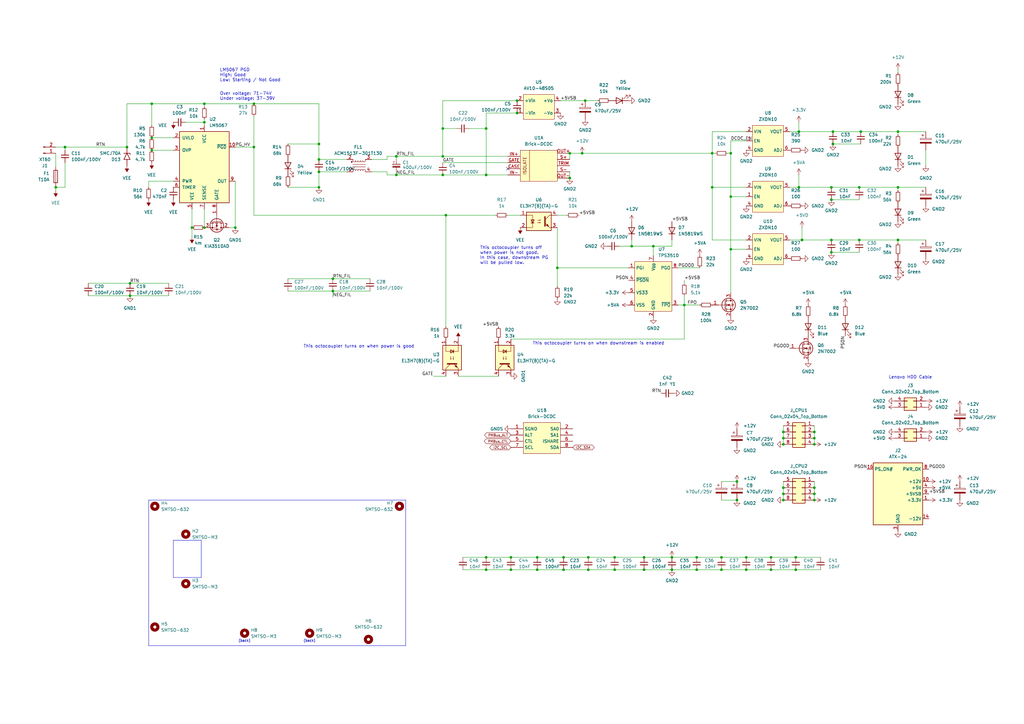
<source format=kicad_sch>
(kicad_sch (version 20230121) (generator eeschema)
  (paper "A3")
  (junction (at 292.1 76.835))
  (junction (at 295.91 233.68))
  (junction (at 104.14 42.545))
  (junction (at 52.07 60.325))
  (junction (at 199.39 52.705))
  (junction (at 299.72 62.865))
  (junction (at 53.34 121.285))
  (junction (at 306.07 233.68))
  (junction (at 321.31 179.705))
  (junction (at 252.095 228.6))
  (junction (at 285.75 228.6))
  (junction (at 327.66 53.975))
  (junction (at 181.61 52.705))
  (junction (at 252.095 233.68))
  (junction (at 220.345 233.68))
  (junction (at 334.01 202.565))
  (junction (at 340.995 103.505))
  (junction (at 241.3 233.68))
  (junction (at 302.26 205.105))
  (junction (at 285.75 233.68))
  (junction (at 368.3 98.425))
  (junction (at 340.995 98.425))
  (junction (at 209.55 233.68))
  (junction (at 78.74 93.345))
  (junction (at 233.68 62.865))
  (junction (at 316.23 228.6))
  (junction (at 292.1 62.865))
  (junction (at 130.81 76.835))
  (junction (at 341.63 53.975))
  (junction (at 353.06 53.975))
  (junction (at 212.09 46.355))
  (junction (at 321.31 202.565))
  (junction (at 321.31 182.245))
  (junction (at 341.63 59.055))
  (junction (at 104.14 60.325))
  (junction (at 299.72 80.645))
  (junction (at 212.09 41.275))
  (junction (at 334.01 177.165))
  (junction (at 162.56 71.755))
  (junction (at 136.525 119.38))
  (junction (at 321.31 205.105))
  (junction (at 181.61 64.135))
  (junction (at 368.3 76.835))
  (junction (at 231.14 233.68))
  (junction (at 326.39 233.68))
  (junction (at 326.39 228.6))
  (junction (at 231.14 228.6))
  (junction (at 130.81 59.055))
  (junction (at 334.01 205.105))
  (junction (at 62.23 61.595))
  (junction (at 267.97 100.965))
  (junction (at 83.82 93.345))
  (junction (at 275.59 233.68))
  (junction (at 302.26 197.485))
  (junction (at 83.82 42.545))
  (junction (at 340.995 81.915))
  (junction (at 306.07 228.6))
  (junction (at 352.425 98.425))
  (junction (at 96.52 93.345))
  (junction (at 321.31 200.025))
  (junction (at 22.86 76.835))
  (junction (at 62.23 56.515))
  (junction (at 264.16 233.68))
  (junction (at 368.3 53.975))
  (junction (at 199.39 233.68))
  (junction (at 162.56 64.135))
  (junction (at 130.81 70.485))
  (junction (at 181.61 71.755))
  (junction (at 220.345 228.6))
  (junction (at 295.91 228.6))
  (junction (at 199.39 71.755))
  (junction (at 299.72 102.235))
  (junction (at 209.55 228.6))
  (junction (at 26.67 60.325))
  (junction (at 328.93 98.425))
  (junction (at 259.08 100.965))
  (junction (at 62.23 42.545))
  (junction (at 130.81 65.405))
  (junction (at 316.23 233.68))
  (junction (at 238.76 62.865))
  (junction (at 321.31 177.165))
  (junction (at 280.67 125.095))
  (junction (at 228.6 109.855))
  (junction (at 264.16 228.6))
  (junction (at 334.01 182.245))
  (junction (at 182.88 88.265))
  (junction (at 240.03 41.275))
  (junction (at 340.995 76.835))
  (junction (at 53.34 116.205))
  (junction (at 334.01 200.025))
  (junction (at 199.39 228.6))
  (junction (at 275.59 228.6))
  (junction (at 136.525 114.3))
  (junction (at 334.01 179.705))
  (junction (at 83.82 50.165))
  (junction (at 327.66 76.835))
  (junction (at 233.68 73.025))
  (junction (at 241.3 228.6))
  (junction (at 352.425 76.835))
  (no_connect (at 208.28 69.215))
  (wire (pts (xy 189.865 228.6) (xy 199.39 228.6)))
  (wire (pts (xy 259.08 100.965) (xy 267.97 100.965)))
  (wire (pts (xy 36.195 116.205) (xy 53.34 116.205)))
  (wire (pts (xy 118.11 59.055) (xy 130.81 59.055)))
  (wire (pts (xy 162.56 64.135) (xy 162.56 65.405)))
  (wire (pts (xy 292.1 98.425) (xy 292.1 76.835)))
  (wire (pts (xy 83.82 48.895) (xy 83.82 50.165)))
  (wire (pts (xy 233.68 70.485) (xy 233.68 73.025)))
  (wire (pts (xy 328.93 93.345) (xy 328.93 98.425)))
  (wire (pts (xy 130.81 70.485) (xy 130.81 76.835)))
  (wire (pts (xy 334.01 174.625) (xy 334.01 177.165)))
  (wire (pts (xy 231.14 233.68) (xy 241.3 233.68)))
  (polyline (pts (xy 71.12 221.615) (xy 71.12 236.855)))
  (wire (pts (xy 62.23 56.515) (xy 71.12 56.515)))
  (wire (pts (xy 228.6 88.265) (xy 232.41 88.265)))
  (wire (pts (xy 238.76 62.865) (xy 292.1 62.865)))
  (wire (pts (xy 292.1 62.865) (xy 293.37 62.865)))
  (wire (pts (xy 136.525 119.38) (xy 136.525 121.92)))
  (wire (pts (xy 62.23 42.545) (xy 83.82 42.545)))
  (wire (pts (xy 334.01 179.705) (xy 334.01 182.245)))
  (wire (pts (xy 208.28 88.265) (xy 213.36 88.265)))
  (wire (pts (xy 182.88 88.265) (xy 182.88 133.985)))
  (wire (pts (xy 220.345 233.68) (xy 231.14 233.68)))
  (wire (pts (xy 130.81 59.055) (xy 130.81 65.405)))
  (wire (pts (xy 280.67 121.285) (xy 280.67 125.095)))
  (wire (pts (xy 321.31 202.565) (xy 321.31 205.105)))
  (wire (pts (xy 352.425 76.835) (xy 368.3 76.835)))
  (wire (pts (xy 252.095 233.68) (xy 264.16 233.68)))
  (wire (pts (xy 104.14 42.545) (xy 130.81 42.545)))
  (wire (pts (xy 340.995 103.505) (xy 352.425 103.505)))
  (wire (pts (xy 220.345 228.6) (xy 231.14 228.6)))
  (wire (pts (xy 334.01 202.565) (xy 334.01 205.105)))
  (wire (pts (xy 158.75 64.135) (xy 162.56 64.135)))
  (wire (pts (xy 104.14 60.325) (xy 104.14 88.265)))
  (wire (pts (xy 298.45 62.865) (xy 299.72 62.865)))
  (wire (pts (xy 142.24 65.405) (xy 130.81 65.405)))
  (wire (pts (xy 78.74 93.345) (xy 78.74 97.155)))
  (wire (pts (xy 26.67 60.325) (xy 52.07 60.325)))
  (wire (pts (xy 368.3 98.425) (xy 379.73 98.425)))
  (wire (pts (xy 254 100.965) (xy 259.08 100.965)))
  (polyline (pts (xy 166.37 205.105) (xy 60.96 205.105)))
  (wire (pts (xy 341.63 53.975) (xy 353.06 53.975)))
  (wire (pts (xy 199.39 228.6) (xy 209.55 228.6)))
  (wire (pts (xy 321.31 177.165) (xy 321.31 179.705)))
  (wire (pts (xy 182.88 88.265) (xy 104.14 88.265)))
  (wire (pts (xy 275.59 228.6) (xy 285.75 228.6)))
  (wire (pts (xy 267.97 100.965) (xy 275.59 100.965)))
  (wire (pts (xy 83.82 85.725) (xy 83.82 93.345)))
  (polyline (pts (xy 166.37 264.795) (xy 166.37 205.105)))
  (wire (pts (xy 181.61 41.275) (xy 181.61 52.705)))
  (wire (pts (xy 353.06 53.975) (xy 368.3 53.975)))
  (wire (pts (xy 299.72 102.235) (xy 299.72 80.645)))
  (wire (pts (xy 83.82 42.545) (xy 104.14 42.545)))
  (wire (pts (xy 340.995 98.425) (xy 352.425 98.425)))
  (wire (pts (xy 257.81 109.855) (xy 228.6 109.855)))
  (polyline (pts (xy 71.12 221.615) (xy 82.55 221.615)))
  (polyline (pts (xy 60.96 205.105) (xy 60.96 264.795)))
  (wire (pts (xy 292.1 53.975) (xy 306.07 53.975)))
  (wire (pts (xy 241.3 228.6) (xy 252.095 228.6)))
  (wire (pts (xy 52.07 42.545) (xy 52.07 60.325)))
  (wire (pts (xy 62.23 61.595) (xy 71.12 61.595)))
  (wire (pts (xy 136.525 119.38) (xy 151.765 119.38)))
  (wire (pts (xy 252.095 228.6) (xy 264.16 228.6)))
  (wire (pts (xy 295.91 228.6) (xy 306.07 228.6)))
  (wire (pts (xy 368.3 28.575) (xy 368.3 29.845)))
  (wire (pts (xy 240.03 41.275) (xy 245.11 41.275)))
  (wire (pts (xy 264.16 228.6) (xy 275.59 228.6)))
  (wire (pts (xy 199.39 233.68) (xy 209.55 233.68)))
  (wire (pts (xy 62.23 51.435) (xy 62.23 42.545)))
  (wire (pts (xy 292.1 76.835) (xy 292.1 62.865)))
  (wire (pts (xy 326.39 233.68) (xy 336.55 233.68)))
  (wire (pts (xy 22.86 76.835) (xy 22.86 78.105)))
  (wire (pts (xy 158.75 65.405) (xy 158.75 64.135)))
  (wire (pts (xy 199.39 71.755) (xy 208.28 71.755)))
  (wire (pts (xy 267.97 100.965) (xy 267.97 104.775)))
  (wire (pts (xy 162.56 70.485) (xy 162.56 71.755)))
  (wire (pts (xy 275.59 98.425) (xy 275.59 100.965)))
  (wire (pts (xy 323.85 98.425) (xy 328.93 98.425)))
  (wire (pts (xy 189.865 233.68) (xy 199.39 233.68)))
  (wire (pts (xy 136.525 114.3) (xy 151.765 114.3)))
  (wire (pts (xy 368.3 53.975) (xy 368.3 55.245)))
  (wire (pts (xy 231.14 228.6) (xy 241.3 228.6)))
  (wire (pts (xy 181.61 64.135) (xy 208.28 64.135)))
  (wire (pts (xy 212.09 41.275) (xy 181.61 41.275)))
  (wire (pts (xy 53.34 116.205) (xy 69.215 116.205)))
  (wire (pts (xy 368.3 76.835) (xy 368.3 78.105)))
  (wire (pts (xy 299.72 62.865) (xy 299.72 80.645)))
  (wire (pts (xy 295.91 233.68) (xy 306.07 233.68)))
  (wire (pts (xy 295.91 197.485) (xy 302.26 197.485)))
  (polyline (pts (xy 166.37 264.795) (xy 60.96 264.795)))
  (wire (pts (xy 340.995 81.915) (xy 352.425 81.915)))
  (wire (pts (xy 60.96 74.295) (xy 71.12 74.295)))
  (wire (pts (xy 368.3 53.975) (xy 379.73 53.975)))
  (wire (pts (xy 181.61 71.755) (xy 199.39 71.755)))
  (wire (pts (xy 181.61 52.705) (xy 187.325 52.705)))
  (wire (pts (xy 299.72 57.785) (xy 299.72 62.865)))
  (wire (pts (xy 327.66 53.975) (xy 323.85 53.975)))
  (wire (pts (xy 326.39 228.6) (xy 336.55 228.6)))
  (wire (pts (xy 152.4 70.485) (xy 158.75 70.485)))
  (wire (pts (xy 104.14 47.625) (xy 104.14 60.325)))
  (wire (pts (xy 285.75 228.6) (xy 295.91 228.6)))
  (wire (pts (xy 96.52 74.295) (xy 96.52 93.345)))
  (wire (pts (xy 228.6 93.345) (xy 228.6 109.855)))
  (wire (pts (xy 104.14 60.325) (xy 96.52 60.325)))
  (wire (pts (xy 152.4 65.405) (xy 158.75 65.405)))
  (wire (pts (xy 306.07 57.785) (xy 299.72 57.785)))
  (wire (pts (xy 321.31 179.705) (xy 321.31 182.245)))
  (wire (pts (xy 306.07 102.235) (xy 299.72 102.235)))
  (wire (pts (xy 118.11 119.38) (xy 136.525 119.38)))
  (wire (pts (xy 162.56 64.135) (xy 181.61 64.135)))
  (wire (pts (xy 334.01 197.485) (xy 334.01 200.025)))
  (wire (pts (xy 259.08 98.425) (xy 259.08 100.965)))
  (wire (pts (xy 203.2 88.265) (xy 182.88 88.265)))
  (wire (pts (xy 280.67 114.935) (xy 280.67 116.205)))
  (wire (pts (xy 199.39 52.705) (xy 199.39 71.755)))
  (wire (pts (xy 181.61 52.705) (xy 181.61 64.135)))
  (wire (pts (xy 299.72 80.645) (xy 306.07 80.645)))
  (wire (pts (xy 76.2 50.165) (xy 83.82 50.165)))
  (wire (pts (xy 53.34 121.285) (xy 69.215 121.285)))
  (wire (pts (xy 306.07 228.6) (xy 316.23 228.6)))
  (wire (pts (xy 118.11 114.3) (xy 136.525 114.3)))
  (wire (pts (xy 233.68 62.865) (xy 238.76 62.865)))
  (wire (pts (xy 295.91 205.105) (xy 302.26 205.105)))
  (wire (pts (xy 209.55 228.6) (xy 220.345 228.6)))
  (wire (pts (xy 26.67 76.835) (xy 26.67 66.675)))
  (wire (pts (xy 158.75 71.755) (xy 162.56 71.755)))
  (wire (pts (xy 379.73 61.595) (xy 379.73 67.945)))
  (wire (pts (xy 241.3 233.68) (xy 252.095 233.68)))
  (wire (pts (xy 118.11 76.835) (xy 130.81 76.835)))
  (wire (pts (xy 280.67 139.065) (xy 280.67 125.095)))
  (wire (pts (xy 83.82 42.545) (xy 83.82 43.815)))
  (wire (pts (xy 130.81 42.545) (xy 130.81 59.055)))
  (wire (pts (xy 306.07 233.68) (xy 316.23 233.68)))
  (wire (pts (xy 368.3 76.835) (xy 379.73 76.835)))
  (wire (pts (xy 228.6 109.855) (xy 228.6 117.475)))
  (wire (pts (xy 328.93 98.425) (xy 340.995 98.425)))
  (wire (pts (xy 26.67 60.325) (xy 26.67 61.595)))
  (wire (pts (xy 60.96 76.835) (xy 60.96 74.295)))
  (wire (pts (xy 327.66 50.165) (xy 327.66 53.975)))
  (wire (pts (xy 209.55 139.065) (xy 280.67 139.065)))
  (wire (pts (xy 278.13 125.095) (xy 280.67 125.095)))
  (wire (pts (xy 177.8 154.305) (xy 182.88 154.305)))
  (wire (pts (xy 341.63 59.055) (xy 353.06 59.055)))
  (wire (pts (xy 306.07 98.425) (xy 292.1 98.425)))
  (wire (pts (xy 334.01 177.165) (xy 334.01 179.705)))
  (wire (pts (xy 233.68 65.405) (xy 233.68 62.865)))
  (wire (pts (xy 278.13 109.855) (xy 287.02 109.855)))
  (wire (pts (xy 22.86 62.865) (xy 22.86 68.58)))
  (wire (pts (xy 285.75 233.68) (xy 295.91 233.68)))
  (wire (pts (xy 83.82 50.165) (xy 83.82 51.435)))
  (wire (pts (xy 212.09 46.355) (xy 199.39 46.355)))
  (wire (pts (xy 162.56 71.755) (xy 181.61 71.755)))
  (wire (pts (xy 306.07 76.835) (xy 292.1 76.835)))
  (wire (pts (xy 22.86 60.325) (xy 26.67 60.325)))
  (wire (pts (xy 78.74 85.725) (xy 78.74 93.345)))
  (wire (pts (xy 209.55 233.68) (xy 220.345 233.68)))
  (wire (pts (xy 93.98 93.345) (xy 96.52 93.345)))
  (wire (pts (xy 22.86 76.835) (xy 26.67 76.835)))
  (wire (pts (xy 327.66 53.975) (xy 341.63 53.975)))
  (wire (pts (xy 327.66 76.835) (xy 323.85 76.835)))
  (wire (pts (xy 22.86 76.2) (xy 22.86 76.835)))
  (wire (pts (xy 299.72 102.235) (xy 299.72 120.015)))
  (wire (pts (xy 368.3 98.425) (xy 368.3 99.695)))
  (wire (pts (xy 327.66 76.835) (xy 340.995 76.835)))
  (wire (pts (xy 316.23 233.68) (xy 326.39 233.68)))
  (wire (pts (xy 280.67 125.095) (xy 287.02 125.095)))
  (wire (pts (xy 187.96 154.305) (xy 204.47 154.305)))
  (wire (pts (xy 240.03 41.275) (xy 229.87 41.275)))
  (wire (pts (xy 158.75 70.485) (xy 158.75 71.755)))
  (wire (pts (xy 192.405 52.705) (xy 199.39 52.705)))
  (wire (pts (xy 52.07 42.545) (xy 62.23 42.545)))
  (wire (pts (xy 199.39 46.355) (xy 199.39 52.705)))
  (wire (pts (xy 321.31 197.485) (xy 321.31 200.025)))
  (wire (pts (xy 352.425 98.425) (xy 368.3 98.425)))
  (wire (pts (xy 334.01 200.025) (xy 334.01 202.565)))
  (wire (pts (xy 130.81 70.485) (xy 142.24 70.485)))
  (wire (pts (xy 292.1 62.865) (xy 292.1 53.975)))
  (polyline (pts (xy 71.12 236.855) (xy 82.55 236.855)))
  (wire (pts (xy 340.995 76.835) (xy 352.425 76.835)))
  (polyline (pts (xy 82.55 236.855) (xy 82.55 221.615)))
  (wire (pts (xy 321.31 200.025) (xy 321.31 202.565)))
  (wire (pts (xy 327.66 71.755) (xy 327.66 76.835)))
  (wire (pts (xy 275.59 233.68) (xy 285.75 233.68)))
  (wire (pts (xy 181.61 66.675) (xy 208.28 66.675)))
  (wire (pts (xy 316.23 228.6) (xy 326.39 228.6)))
  (wire (pts (xy 36.195 121.285) (xy 53.34 121.285)))
  (wire (pts (xy 321.31 174.625) (xy 321.31 177.165)))
  (wire (pts (xy 264.16 233.68) (xy 275.59 233.68)))
  (text "Over voltage: 71-74V\nUnder voltage: 37-39V" (at 90.17 41.275 0) (effects (font (size 1.27 1.27)) (justify left bottom)))
  (text "This octocoupler turns off\nwhen power is not good.\nIn this case, downstream PG\nwill be pulled low." (at 196.85 108.585 0) (effects (font (size 1.27 1.27)) (justify left bottom)))
  (text "This octocoupler turns on when downstream is enabled" (at 218.44 141.605 0) (effects (font (size 1.27 1.27)) (justify left bottom)))
  (text "Lenovo HDD Cable" (at 364.49 155.575 0) (effects (font (size 1.27 1.27)) (justify left bottom)))
  (text "(back)" (at 97.79 263.525 0) (effects (font (size 1 1)) (justify left bottom)))
  (text "LM5067 PGD\nHigh: Good\nLow: Starting / Not Good" (at 90.17 33.655 0) (effects (font (size 1.27 1.27)) (justify left bottom)))
  (text "(back)" (at 124.46 263.525 0) (effects (font (size 1 1)) (justify left bottom)))
  (text "This octocoupler turns on when power is good" (at 124.46 142.875 0) (effects (font (size 1.27 1.27)) (justify left bottom)))
  (label "+5VSB" (at 280.67 114.935 0))
  (label "+5VSB" (at 229.87 41.275 0))
  (label "RTN" (at 53.34 116.205 0))
  (label "GATE" (at 177.8 154.305 180))
  (label "PGOOD" (at 381 192.405 0))
  (label "+5VSB" (at 204.47 133.985 180))
  (label "NEG_FIL" (at 162.56 71.755 0))
  (label "+5VSB" (at 237.49 88.265 0))
  (label "FPO" (at 281.94 125.095 0))
  (label "GATE" (at 181.61 66.675 0))
  (label "PG_HV" (at 96.52 60.325 0))
  (label "+5VSB" (at 275.59 90.805 0))
  (label "RTN_FIL" (at 162.56 64.135 0))
  (label "PSON" (at 355.6 192.405 180))
  (label "RTN_FIL" (at 136.525 114.3 0))
  (label "PGOOD" (at 323.85 142.875 180))
  (label "PSON" (at 257.81 114.935 180))
  (label "DCDC_EN" (at 299.72 57.785 0))
  (label "NEG_FIL" (at 136.525 121.92 0))
  (label "+5VSB" (at 381 202.565 0))
  (label "PGOOD" (at 278.13 109.855 0))
  (label "PSON" (at 346.71 137.795 270))
  (label "RTN" (at 39.37 60.325 0))
  (label "RTN" (at 271.145 161.29 180))
  (global_label "PMBus_ALT" (shape bidirectional) (at 209.55 178.435 180) (effects (font (size 1 1))) (property "Intersheetrefs" "${INTERSHEET_REFS}" (effects hide)))
  (global_label "PMBus_CTL" (shape bidirectional) (at 209.55 180.975 180) (effects (font (size 1 1))) (property "Intersheetrefs" "${INTERSHEET_REFS}" (effects hide)))
  (global_label "I2C_SDA" (shape bidirectional) (at 234.95 183.515 0) (effects (font (size 1 1))) (property "Intersheetrefs" "${INTERSHEET_REFS}" (effects hide)))
  (global_label "I2C_SCL" (shape bidirectional) (at 209.55 183.515 180) (effects (font (size 1 1))) (property "Intersheetrefs" "${INTERSHEET_REFS}" (effects hide)))
  (symbol (lib_id "power:+12V") (at 275.59 228.6 0) (unit 1)
    (property "Reference" "#PWR074" (effects hide))
    (property "Value" "+12V" (at 275.59 223.52 0))
  )
  (symbol (lib_id "power:+5VA") (at 257.81 125.095 90) (unit 1)
    (property "Reference" "#PWR08" (effects hide))
    (property "Value" "+5VA" (at 254 125.0949 90) (effects (justify left)))
  )
  (symbol (lib_id "power:+12V") (at 334.01 205.105 270) (unit 1)
    (property "Reference" "#PWR032" (effects hide))
    (property "Value" "+12V" (at 337.82 205.1049 90) (effects (justify left)))
  )
  (symbol (lib_id "Device:CP") (at 295.91 201.295 0) (unit 1)
    (property "Reference" "C10" (at 292.1 199.1359 0) (effects (justify right)))
    (property "Value" "470uF/25V" (at 292.1 201.6759 0) (effects (justify right)))
    (property "Footprint" "Capacitor_THT:CP_Radial_D6.3mm_P2.50mm" (effects hide))
  )
  (symbol (lib_id "power:GND2") (at 328.93 84.455 90) (unit 1)
    (property "Reference" "#PWR019" (effects hide))
    (property "Value" "GND2" (at 332.74 84.4549 90) (effects (justify right)))
  )
  (symbol (lib_id "Connector_Generic:Conn_02x04_Top_Bottom") (at 328.93 177.165 0) (mirror y) (unit 1)
    (property "Reference" "J_CPU1" (at 327.66 168.275 0))
    (property "Value" "Conn_02x04_Top_Bottom" (at 327.66 170.815 0))
    (property "Footprint" "t123yh:ATX-8P-Square" (effects hide))
  )
  (symbol (lib_id "power:GND2") (at 341.63 59.055 0) (unit 1)
    (property "Reference" "#PWR073" (effects hide))
    (property "Value" "GND2" (at 341.63 63.5 0))
  )
  (symbol (lib_id "power:GND2") (at 267.97 130.175 0) (unit 1)
    (property "Reference" "#PWR010" (effects hide))
    (property "Value" "GND2" (at 267.97 134.62 0))
  )
  (symbol (lib_id "Device:C_Small") (at 231.14 231.14 0) (unit 1)
    (property "Reference" "C23" (at 233.68 229.8763 0) (effects (justify left)))
    (property "Value" "10nF" (at 233.68 232.4163 0) (effects (justify left)))
    (property "Footprint" "lc:0603_C" (effects hide))
  )
  (symbol (lib_id "power:VEE") (at 78.74 97.155 180) (unit 1)
    (property "Reference" "#PWR064" (effects hide))
    (property "Value" "VEE" (at 78.74 102.235 0))
  )
  (symbol (lib_id "Connector:Conn_01x02_Male") (at 17.78 62.865 0) (mirror x) (unit 1)
    (property "Reference" "J1" (at 18.415 67.945 0))
    (property "Value" "XT60" (at 18.415 65.405 0))
    (property "Footprint" "Connector_AMASS:AMASS_XT60-M_1x02_P7.20mm_Vertical" (effects hide))
  )
  (symbol (lib_id "Device:C_Small") (at 251.46 100.965 270) (unit 1)
    (property "Reference" "C6" (at 251.4536 94.615 90))
    (property "Value" "100nF/100V" (at 251.4536 97.155 90))
    (property "Footprint" "lc:0805_C" (effects hide))
  )
  (symbol (lib_id "Device:CP") (at 240.03 45.085 0) (unit 1)
    (property "Reference" "C9" (at 243.84 42.9259 0) (effects (justify left)))
    (property "Value" "470uF/25V" (at 243.84 45.4659 0) (effects (justify left)))
    (property "Footprint" "Capacitor_THT:CP_Radial_D6.3mm_P2.50mm" (effects hide))
  )
  (symbol (lib_id "Device:R_Small") (at 326.39 106.045 270) (mirror x) (unit 1)
    (property "Reference" "R27" (at 326.39 99.695 90))
    (property "Value" "100" (at 326.39 102.235 90))
    (property "Footprint" "lc:0402_R" (effects hide))
  )
  (symbol (lib_id "power:+12V") (at 302.26 197.485 0) (unit 1)
    (property "Reference" "#PWR024" (effects hide))
    (property "Value" "+12V" (at 304.8 196.2149 0) (effects (justify left)))
  )
  (symbol (lib_id "Device:Filter_EMI_LL_1423") (at 147.32 67.945 0) (unit 1)
    (property "Reference" "FL1" (at 146.939 60.325 0))
    (property "Value" "ACM1513F-301T130\n" (at 146.939 62.865 0))
    (property "Footprint" "t123yh:ACM1513" (effects hide))
  )
  (symbol (lib_id "power:GND2") (at 276.225 161.29 90) (unit 1)
    (property "Reference" "#PWR078" (effects hide))
    (property "Value" "GND2" (at 279.4 161.29 90) (effects (justify right)))
  )
  (symbol (lib_id "Mechanical:MountingHole") (at 76.2 239.395 0) (unit 1)
    (property "Reference" "H3" (at 78.74 238.1249 0) (effects (justify left)))
    (property "Value" "SMTSO-M3" (at 78.74 240.6649 0) (effects (justify left)))
    (property "Footprint" "t123yh:MountingHole_SMTSO-M3" (effects hide))
  )
  (symbol (lib_id "Device:C_Small") (at 326.39 231.14 0) (unit 1)
    (property "Reference" "C40" (at 329.565 229.8763 0) (effects (justify left)))
    (property "Value" "10nF" (at 329.565 232.4163 0) (effects (justify left)))
    (property "Footprint" "lc:0603_C" (effects hide))
  )
  (symbol (lib_id "t123yh:AV10-48S05") (at 220.98 43.815 0) (unit 1)
    (property "Reference" "U5" (at 220.98 33.655 0))
    (property "Value" "AV10-48S05" (at 220.98 36.195 0))
    (property "Footprint" "t123yh:AV10-48Sxx" (effects hide))
  )
  (symbol (lib_id "power:GND2") (at 368.3 67.945 0) (unit 1)
    (property "Reference" "#PWR051" (effects hide))
    (property "Value" "GND2" (at 365.76 69.2149 0) (effects (justify right)))
  )
  (symbol (lib_id "power:GND2") (at 368.3 42.545 0) (unit 1)
    (property "Reference" "#PWR050" (effects hide))
    (property "Value" "GND2" (at 365.76 43.8149 0) (effects (justify right)))
  )
  (symbol (lib_id "t123yh:ZXDN10") (at 314.96 57.785 0) (unit 1)
    (property "Reference" "U8" (at 314.96 46.355 0))
    (property "Value" "ZXDN10" (at 314.96 48.895 0))
    (property "Footprint" "t123yh:ZXDN10" (effects hide))
  )
  (symbol (lib_id "Device:C_Small") (at 73.66 50.165 90) (unit 1)
    (property "Reference" "C3" (at 73.6663 43.815 90))
    (property "Value" "100nF" (at 73.6663 46.355 90))
    (property "Footprint" "lc:0805_C" (effects hide))
  )
  (symbol (lib_id "Device:Fuse") (at 22.86 72.39 0) (unit 1)
    (property "Reference" "F1" (at 20.32 71.12 0) (effects (justify right)))
    (property "Value" "T10A" (at 20.32 73.66 0) (effects (justify right)))
    (property "Footprint" "Fuse:Fuse_1812_4532Metric" (effects hide))
  )
  (symbol (lib_id "Device:C_Small") (at 36.195 118.745 0) (unit 1)
    (property "Reference" "C20" (at 38.735 117.4812 0) (effects (justify left)))
    (property "Value" "100nF/100V" (at 38.735 120.0212 0) (effects (justify left)))
    (property "Footprint" "lc:0805_C" (effects hide))
  )
  (symbol (lib_id "Device:R_Small") (at 62.23 64.135 0) (mirror y) (unit 1)
    (property "Reference" "R11" (at 59.69 62.8649 0) (effects (justify left)))
    (property "Value" "4.7k" (at 59.69 65.4049 0) (effects (justify left)))
    (property "Footprint" "lc:0402_R" (effects hide))
  )
  (symbol (lib_id "power:GND2") (at 379.73 179.705 90) (unit 1)
    (property "Reference" "#PWR041" (effects hide))
    (property "Value" "GND2" (at 383.54 179.7051 90) (effects (justify right)))
  )
  (symbol (lib_id "power:+5VA") (at 327.66 71.755 0) (unit 1)
    (property "Reference" "#PWR017" (effects hide))
    (property "Value" "+5VA" (at 327.66 66.675 0))
  )
  (symbol (lib_id "Device:C_Small") (at 275.59 231.14 0) (unit 1)
    (property "Reference" "C35" (at 278.765 229.8763 0) (effects (justify left)))
    (property "Value" "10nF" (at 278.765 232.4163 0) (effects (justify left)))
    (property "Footprint" "lc:0603_C" (effects hide))
  )
  (symbol (lib_id "Device:C_Small") (at 151.765 116.84 0) (unit 1)
    (property "Reference" "C28" (at 154.305 115.5763 0) (effects (justify left)))
    (property "Value" "10nF/100V" (at 154.305 118.1163 0) (effects (justify left)))
    (property "Footprint" "lc:0603_C" (effects hide))
  )
  (symbol (lib_id "power:+12V") (at 368.3 28.575 0) (unit 1)
    (property "Reference" "#PWR049" (effects hide))
    (property "Value" "+12V" (at 368.3 23.495 0))
  )
  (symbol (lib_id "power:+12V") (at 393.7 167.005 0) (unit 1)
    (property "Reference" "#PWR045" (effects hide))
    (property "Value" "+12V" (at 396.24 165.7349 0) (effects (justify left)))
  )
  (symbol (lib_id "power:GND2") (at 331.47 147.955 0) (unit 1)
    (property "Reference" "#PWR028" (effects hide))
    (property "Value" "GND2" (at 331.47 152.4 0))
  )
  (symbol (lib_id "power:VEE") (at 60.96 81.915 180) (unit 1)
    (property "Reference" "#PWR060" (effects hide))
    (property "Value" "VEE" (at 60.96 86.995 0))
  )
  (symbol (lib_id "t123yh:ZXDN10") (at 314.96 80.645 0) (unit 1)
    (property "Reference" "U9" (at 314.96 69.215 0))
    (property "Value" "ZXDN10" (at 314.96 71.755 0))
    (property "Footprint" "t123yh:ZXDN10" (effects hide))
  )
  (symbol (lib_id "Device:C_Small") (at 136.525 116.84 0) (unit 1)
    (property "Reference" "C18" (at 139.065 115.5763 0) (effects (justify left)))
    (property "Value" "10nF/100V" (at 139.065 118.1163 0) (effects (justify left)))
    (property "Footprint" "lc:0603_C" (effects hide))
  )
  (symbol (lib_id "power:+5VD") (at 367.03 179.705 90) (unit 1)
    (property "Reference" "#PWR036" (effects hide))
    (property "Value" "+5VD" (at 363.22 179.7051 90) (effects (justify left)))
  )
  (symbol (lib_id "Device:LED") (at 346.71 133.985 90) (unit 1)
    (property "Reference" "D12" (at 350.52 134.3024 90) (effects (justify right)))
    (property "Value" "Blue" (at 350.52 136.8424 90) (effects (justify right)))
    (property "Footprint" "lc:0603_LED_S1_NUM" (effects hide))
  )
  (symbol (lib_id "Device:CP") (at 379.73 57.785 0) (unit 1)
    (property "Reference" "C15" (at 383.54 55.6259 0) (effects (justify left)))
    (property "Value" "470uF/25V" (at 383.54 58.1659 0) (effects (justify left)))
    (property "Footprint" "Capacitor_THT:CP_Radial_D6.3mm_P2.50mm" (effects hide))
  )
  (symbol (lib_id "Device:R_Small") (at 287.02 107.315 0) (mirror y) (unit 1)
    (property "Reference" "R23" (at 289.56 106.0449 0) (effects (justify right)))
    (property "Value" "22k" (at 289.56 108.5849 0) (effects (justify right)))
    (property "Footprint" "lc:0402_R" (effects hide))
  )
  (symbol (lib_id "Device:C_Small") (at 181.61 69.215 0) (unit 1)
    (property "Reference" "C4" (at 184.15 67.9512 0) (effects (justify left)))
    (property "Value" "100nF/100V" (at 184.15 70.4912 0) (effects (justify left)))
    (property "Footprint" "lc:0805_C" (effects hide))
  )
  (symbol (lib_id "power:GND2") (at 306.07 84.455 0) (unit 1)
    (property "Reference" "#PWR014" (effects hide))
    (property "Value" "GND2" (at 306.07 88.9 0))
  )
  (symbol (lib_id "power:VEE") (at 22.86 78.105 180) (unit 1)
    (property "Reference" "#PWR058" (effects hide))
    (property "Value" "VEE" (at 22.86 83.185 0))
  )
  (symbol (lib_id "Device:C_Small") (at 252.095 231.14 0) (unit 1)
    (property "Reference" "C25" (at 255.27 229.8763 0) (effects (justify left)))
    (property "Value" "100nF" (at 255.27 232.4163 0) (effects (justify left)))
    (property "Footprint" "lc:0805_C" (effects hide))
  )
  (symbol (lib_id "Device:CP") (at 302.26 179.705 0) (unit 1)
    (property "Reference" "C7" (at 306.07 177.5459 0) (effects (justify left)))
    (property "Value" "470uF/25V" (at 306.07 180.0859 0) (effects (justify left)))
    (property "Footprint" "Capacitor_THT:CP_Radial_D6.3mm_P2.50mm" (effects hide))
  )
  (symbol (lib_id "Diode:1N4148WS") (at 259.08 94.615 90) (unit 1)
    (property "Reference" "D6" (at 261.62 93.3449 90) (effects (justify right)))
    (property "Value" "1N5819WS" (at 261.62 95.8849 90) (effects (justify right)))
    (property "Footprint" "lc:SOD-323" (effects hide))
    (property "Datasheet" "https://www.vishay.com/docs/85751/1n4148ws.pdf" (effects hide))
  )
  (symbol (lib_id "Device:C_Small") (at 220.345 231.14 0) (unit 1)
    (property "Reference" "C45" (at 223.52 229.8763 0) (effects (justify left)))
    (property "Value" "100nF" (at 223.52 232.4163 0) (effects (justify left)))
    (property "Footprint" "lc:0805_C" (effects hide))
  )
  (symbol (lib_id "Device:R_Small") (at 118.11 61.595 0) (mirror x) (unit 1)
    (property "Reference" "R14" (at 115.57 60.3249 0) (effects (justify right)))
    (property "Value" "68k" (at 115.57 62.8649 0) (effects (justify right)))
    (property "Footprint" "lc:0603_R" (effects hide))
  )
  (symbol (lib_id "Device:C_Small") (at 71.12 79.375 0) (unit 1)
    (property "Reference" "C2" (at 68.58 78.1112 0) (effects (justify right)))
    (property "Value" "470nF" (at 68.58 80.6512 0) (effects (justify right)))
    (property "Footprint" "lc:0402_C" (effects hide))
  )
  (symbol (lib_id "Device:R_Small") (at 81.28 93.345 270) (unit 1)
    (property "Reference" "R15" (at 81.28 97.155 90))
    (property "Value" "4m" (at 81.28 99.695 90))
    (property "Footprint" "lc:2512_R" (effects hide))
  )
  (symbol (lib_id "Device:C_Small") (at 209.55 231.14 0) (unit 1)
    (property "Reference" "C44" (at 212.725 229.8763 0) (effects (justify left)))
    (property "Value" "10nF" (at 212.725 232.4163 0) (effects (justify left)))
    (property "Footprint" "lc:0603_C" (effects hide))
  )
  (symbol (lib_id "Device:C_Small") (at 189.865 52.705 90) (unit 1)
    (property "Reference" "C22" (at 189.8713 46.355 90))
    (property "Value" "10nF/100V" (at 189.8713 48.895 90))
    (property "Footprint" "lc:0603_C" (effects hide))
  )
  (symbol (lib_id "Device:CP") (at 379.73 102.235 0) (unit 1)
    (property "Reference" "C17" (at 383.54 100.0759 0) (effects (justify left)))
    (property "Value" "470uF/25V" (at 383.54 102.6159 0) (effects (justify left)))
    (property "Footprint" "Capacitor_THT:CP_Radial_D6.3mm_P2.50mm" (effects hide))
  )
  (symbol (lib_id "Mechanical:MountingHole") (at 127 259.715 0) (unit 1)
    (property "Reference" "H9" (at 129.54 258.4449 0) (effects (justify left)))
    (property "Value" "SMTSO-M3" (at 129.54 260.9849 0) (effects (justify left)))
    (property "Footprint" "t123yh:MountingHole_SMTSO-M3" (effects hide))
  )
  (symbol (lib_id "Device:R_Small") (at 247.65 41.275 270) (mirror x) (unit 1)
    (property "Reference" "R22" (at 247.65 34.925 90))
    (property "Value" "10k" (at 247.65 37.465 90))
    (property "Footprint" "lc:0402_R" (effects hide))
  )
  (symbol (lib_id "Device:C_Small") (at 264.16 231.14 0) (unit 1)
    (property "Reference" "C26" (at 267.335 229.8763 0) (effects (justify left)))
    (property "Value" "100nF" (at 267.335 232.4163 0) (effects (justify left)))
    (property "Footprint" "lc:0805_C" (effects hide))
  )
  (symbol (lib_id "Device:R_Small") (at 234.95 88.265 270) (mirror x) (unit 1)
    (property "Reference" "R21" (at 234.95 81.915 90))
    (property "Value" "10k" (at 234.95 84.455 90))
    (property "Footprint" "lc:0402_R" (effects hide))
  )
  (symbol (lib_id "power:VEE") (at 62.23 66.675 180) (unit 1)
    (property "Reference" "#PWR061" (effects hide))
    (property "Value" "VEE" (at 62.23 71.755 0))
  )
  (symbol (lib_id "Device:C_Small") (at 212.09 43.815 0) (unit 1)
    (property "Reference" "C5" (at 209.55 42.5512 0) (effects (justify right)))
    (property "Value" "100nF/100V" (at 209.55 45.0912 0) (effects (justify right)))
    (property "Footprint" "lc:0805_C" (effects hide))
  )
  (symbol (lib_id "power:GND1") (at 130.81 76.835 0) (unit 1)
    (property "Reference" "#PWR065" (effects hide))
    (property "Value" "GND1" (at 130.81 81.915 0))
  )
  (symbol (lib_id "Device:C_Small") (at 353.06 56.515 0) (unit 1)
    (property "Reference" "C34" (at 356.235 55.2513 0) (effects (justify left)))
    (property "Value" "100nF" (at 356.235 57.7913 0) (effects (justify left)))
    (property "Footprint" "lc:0805_C" (effects hide))
  )
  (symbol (lib_id "Diode:SMF5V0A") (at 52.07 64.135 270) (unit 1)
    (property "Reference" "D13" (at 49.53 65.4051 90) (effects (justify right)))
    (property "Value" "SMCJ70A" (at 49.53 62.8651 90) (effects (justify right)))
    (property "Footprint" "Diode_SMD:D_SMC" (effects hide))
    (property "Datasheet" "https://www.vishay.com/doc?85881" (effects hide))
  )
  (symbol (lib_id "Isolator:PC817") (at 220.98 90.805 0) (unit 1)
    (property "Reference" "U6" (at 220.98 81.915 0))
    (property "Value" "EL3H7(B)(TA)-G" (at 220.98 84.455 0))
    (property "Footprint" "Package_SO:SOP-4_4.4x2.6mm_P1.27mm" (effects hide))
    (property "Datasheet" "http://www.soselectronic.cz/a_info/resource/d/pc817.pdf" (effects hide))
  )
  (symbol (lib_id "power:GND1") (at 53.34 121.285 0) (unit 1)
    (property "Reference" "#PWR069" (effects hide))
    (property "Value" "GND1" (at 53.34 126.365 0))
  )
  (symbol (lib_id "Device:R_Small") (at 204.47 136.525 0) (mirror y) (unit 1)
    (property "Reference" "R20" (at 207.01 135.2549 0) (effects (justify right)))
    (property "Value" "3.3k" (at 207.01 137.7949 0) (effects (justify right)))
    (property "Footprint" "lc:0402_R" (effects hide))
  )
  (symbol (lib_id "Device:R_Small") (at 295.91 62.865 270) (mirror x) (unit 1)
    (property "Reference" "R24" (at 295.91 56.515 90))
    (property "Value" "10k" (at 295.91 59.055 90))
    (property "Footprint" "lc:0603_R" (effects hide))
  )
  (symbol (lib_id "Device:R_Small") (at 368.3 57.785 0) (mirror x) (unit 1)
    (property "Reference" "R2" (at 365.76 56.5149 0) (effects (justify right)))
    (property "Value" "22k" (at 365.76 59.0549 0) (effects (justify right)))
    (property "Footprint" "lc:0402_R" (effects hide))
  )
  (symbol (lib_id "Device:C_Small") (at 336.55 231.14 0) (unit 1)
    (property "Reference" "C41" (at 339.725 229.8763 0) (effects (justify left)))
    (property "Value" "10nF" (at 339.725 232.4163 0) (effects (justify left)))
    (property "Footprint" "lc:0603_C" (effects hide))
  )
  (symbol (lib_id "Connector_Generic:Conn_02x02_Top_Bottom") (at 374.65 179.705 180) (unit 1)
    (property "Reference" "J4" (at 373.38 170.815 0))
    (property "Value" "Conn_02x02_Top_Bottom" (at 373.38 173.355 0))
    (property "Footprint" "t123yh:ATX-4P" (effects hide))
  )
  (symbol (lib_id "power:GND2") (at 299.72 130.175 0) (unit 1)
    (property "Reference" "#PWR012" (effects hide))
    (property "Value" "GND2" (at 299.72 134.62 0))
  )
  (symbol (lib_id "Diode:1N4148WS") (at 275.59 94.615 90) (unit 1)
    (property "Reference" "D7" (at 278.13 93.3449 90) (effects (justify right)))
    (property "Value" "1N5819WS" (at 278.13 95.8849 90) (effects (justify right)))
    (property "Footprint" "lc:SOD-323" (effects hide))
    (property "Datasheet" "https://www.vishay.com/docs/85751/1n4148ws.pdf" (effects hide))
  )
  (symbol (lib_id "Device:C_Small") (at 53.34 118.745 0) (unit 1)
    (property "Reference" "C19" (at 55.88 117.4813 0) (effects (justify left)))
    (property "Value" "10nF/100V" (at 55.88 120.0213 0) (effects (justify left)))
    (property "Footprint" "lc:0603_C" (effects hide))
  )
  (symbol (lib_id "Transistor_FET:2N7002") (at 328.93 142.875 0) (unit 1)
    (property "Reference" "Q6" (at 335.28 141.6049 0) (effects (justify left)))
    (property "Value" "2N7002" (at 335.28 144.1449 0) (effects (justify left)))
    (property "Footprint" "Package_TO_SOT_SMD:SOT-23" (effects hide))
    (property "Datasheet" "https://www.onsemi.com/pub/Collateral/NDS7002A-D.PDF" (effects hide))
  )
  (symbol (lib_id "Device:R_Small") (at 280.67 118.745 0) (unit 1)
    (property "Reference" "R18" (at 283.21 117.4749 0) (effects (justify left)))
    (property "Value" "5.1k" (at 283.21 120.0149 0) (effects (justify left)))
    (property "Footprint" "lc:0402_R" (effects hide))
  )
  (symbol (lib_id "Mechanical:MountingHole") (at 63.5 207.645 0) (unit 1)
    (property "Reference" "H4" (at 66.04 206.3749 0) (effects (justify left)))
    (property "Value" "SMTSO-632" (at 66.04 208.9149 0) (effects (justify left)))
    (property "Footprint" "t123yh:MountingHole_SMTSO-632" (effects hide))
  )
  (symbol (lib_id "Mechanical:MountingHole") (at 76.2 219.075 0) (unit 1)
    (property "Reference" "H2" (at 78.74 217.8049 0) (effects (justify left)))
    (property "Value" "SMTSO-M3" (at 78.74 220.3449 0) (effects (justify left)))
    (property "Footprint" "t123yh:MountingHole_SMTSO-M3" (effects hide))
  )
  (symbol (lib_id "power:GNDS") (at 209.55 175.895 270) (unit 1)
    (property "Reference" "#PWR0115" (effects hide))
    (property "Value" "GNDS" (at 206.375 175.895 90) (effects (justify right)))
  )
  (symbol (lib_id "Device:C_Small") (at 295.91 231.14 0) (unit 1)
    (property "Reference" "C37" (at 299.085 229.8763 0) (effects (justify left)))
    (property "Value" "10nF" (at 299.085 232.4163 0) (effects (justify left)))
    (property "Footprint" "lc:0603_C" (effects hide))
  )
  (symbol (lib_id "power:GND2") (at 393.7 205.105 0) (unit 1)
    (property "Reference" "#PWR048" (effects hide))
    (property "Value" "GND2" (at 396.2794 206.3749 0) (effects (justify left)))
  )
  (symbol (lib_id "Device:R_Small") (at 83.82 46.355 0) (mirror y) (unit 1)
    (property "Reference" "R12" (at 81.28 45.0849 0) (effects (justify left)))
    (property "Value" "10k" (at 81.28 47.6249 0) (effects (justify left)))
    (property "Footprint" "lc:1206_R" (effects hide))
  )
  (symbol (lib_id "Mechanical:MountingHole") (at 163.83 207.645 0) (unit 1)
    (property "Reference" "H7" (at 161.29 206.3749 0) (effects (justify right)))
    (property "Value" "SMTSO-632" (at 161.29 208.9149 0) (effects (justify right)))
    (property "Footprint" "t123yh:MountingHole_SMTSO-632" (effects hide))
  )
  (symbol (lib_id "Device:C_Small") (at 352.425 79.375 0) (unit 1)
    (property "Reference" "C32" (at 355.6 78.1113 0) (effects (justify left)))
    (property "Value" "100nF" (at 355.6 80.6513 0) (effects (justify left)))
    (property "Footprint" "lc:0805_C" (effects hide))
  )
  (symbol (lib_id "power:+5VA") (at 381 200.025 270) (unit 1)
    (property "Reference" "#PWR043" (effects hide))
    (property "Value" "+5VA" (at 384.81 200.0249 90) (effects (justify left)))
  )
  (symbol (lib_id "power:+5VA") (at 287.02 104.775 0) (unit 1)
    (property "Reference" "#PWR011" (effects hide))
    (property "Value" "+5VA" (at 287.02 99.695 0))
  )
  (symbol (lib_id "power:GND2") (at 379.73 167.005 90) (unit 1)
    (property "Reference" "#PWR039" (effects hide))
    (property "Value" "GND2" (at 383.54 167.0051 90) (effects (justify right)))
  )
  (symbol (lib_id "Device:R_Small") (at 182.88 136.525 180) (unit 1)
    (property "Reference" "R16" (at 180.34 135.2549 0) (effects (justify left)))
    (property "Value" "1k" (at 180.34 137.7949 0) (effects (justify left)))
    (property "Footprint" "lc:0603_R" (effects hide))
  )
  (symbol (lib_id "t123yh:LM5067") (at 83.82 66.675 0) (unit 1)
    (property "Reference" "U2" (at 85.8394 48.895 0) (effects (justify left)))
    (property "Value" "LM5067" (at 85.8394 51.435 0) (effects (justify left)))
    (property "Footprint" "Package_SO:MSOP-10_3x3mm_P0.5mm" (effects hide))
    (property "Datasheet" "http://www.ti.com/lit/ds/symlink/lm5067.pdf" (effects hide))
  )
  (symbol (lib_id "power:VEE") (at 187.96 139.065 0) (unit 1)
    (property "Reference" "#PWR066" (effects hide))
    (property "Value" "VEE" (at 187.96 133.985 0))
  )
  (symbol (lib_id "power:+5VA") (at 331.47 125.095 0) (unit 1)
    (property "Reference" "#PWR027" (effects hide))
    (property "Value" "+5VA" (at 331.47 120.015 0))
  )
  (symbol (lib_id "Connector:ATX-24") (at 368.3 202.565 0) (unit 1)
    (property "Reference" "J2" (at 368.3 184.785 0))
    (property "Value" "ATX-24" (at 368.3 187.325 0))
    (property "Footprint" "t123yh:ATX-24P" (effects hide))
    (property "Datasheet" "https://www.intel.com/content/dam/www/public/us/en/documents/guides/power-supply-design-guide-june.pdf#page=33" (effects hide))
  )
  (symbol (lib_id "Device:C_Small") (at 26.67 64.135 0) (unit 1)
    (property "Reference" "C11" (at 29.21 62.8712 0) (effects (justify left)))
    (property "Value" "100nF/100V" (at 29.21 65.4112 0) (effects (justify left)))
    (property "Footprint" "lc:0805_C" (effects hide))
  )
  (symbol (lib_name "Brick-DCDC_1") (lib_id "alex's:Brick-DCDC") (at 222.25 179.705 0) (unit 2)
    (property "Reference" "U1" (at 222.25 168.275 0))
    (property "Value" "Brick-DCDC" (at 222.25 170.815 0))
    (property "Footprint" "alex's:Quarter-Brick-PMBus" (effects hide))
  )
  (symbol (lib_id "power:+3.3V") (at 257.81 120.015 90) (unit 1)
    (property "Reference" "#PWR07" (effects hide))
    (property "Value" "+3.3V" (at 254 120.0149 90) (effects (justify left)))
  )
  (symbol (lib_id "power:GND2") (at 328.93 61.595 90) (unit 1)
    (property "Reference" "#PWR018" (effects hide))
    (property "Value" "GND2" (at 332.74 61.5949 90) (effects (justify right)))
  )
  (symbol (lib_id "power:+3.3V") (at 381 205.105 270) (unit 1)
    (property "Reference" "#PWR044" (effects hide))
    (property "Value" "+3.3V" (at 384.81 205.1049 90) (effects (justify left)))
  )
  (symbol (lib_id "power:GND2") (at 240.03 48.895 0) (unit 1)
    (property "Reference" "#PWR026" (effects hide))
    (property "Value" "GND2" (at 240.03 53.34 0))
  )
  (symbol (lib_id "Device:C_Small") (at 306.07 231.14 0) (unit 1)
    (property "Reference" "C38" (at 309.245 229.8763 0) (effects (justify left)))
    (property "Value" "10nF" (at 309.245 232.4163 0) (effects (justify left)))
    (property "Footprint" "lc:0603_C" (effects hide))
  )
  (symbol (lib_id "power:GND2") (at 340.995 81.915 0) (unit 1)
    (property "Reference" "#PWR076" (effects hide))
    (property "Value" "GND2" (at 340.995 86.36 0))
  )
  (symbol (lib_id "power:GND2") (at 368.3 217.805 0) (unit 1)
    (property "Reference" "#PWR037" (effects hide))
    (property "Value" "GND2" (at 370.84 219.0749 0) (effects (justify left)))
  )
  (symbol (lib_id "Device:CP") (at 393.7 201.295 0) (unit 1)
    (property "Reference" "C13" (at 397.5494 199.1359 0) (effects (justify left)))
    (property "Value" "470uF/25V" (at 397.5494 201.6759 0) (effects (justify left)))
    (property "Footprint" "Capacitor_THT:CP_Radial_D6.3mm_P2.50mm" (effects hide))
  )
  (symbol (lib_id "Device:R_Small") (at 205.74 88.265 270) (mirror x) (unit 1)
    (property "Reference" "R17" (at 205.74 81.915 90))
    (property "Value" "1k" (at 205.74 84.455 90))
    (property "Footprint" "lc:0603_R" (effects hide))
  )
  (symbol (lib_id "t123yh:TPS3510") (at 267.97 117.475 0) (unit 1)
    (property "Reference" "U7" (at 269.9894 102.235 0) (effects (justify left)))
    (property "Value" "TPS3510" (at 269.9894 104.775 0) (effects (justify left)))
    (property "Footprint" "Package_SO:SOIC-8_3.9x4.9mm_P1.27mm" (effects hide))
  )
  (symbol (lib_id "power:+5VD") (at 367.03 167.005 90) (unit 1)
    (property "Reference" "#PWR034" (effects hide))
    (property "Value" "+5VD" (at 363.22 167.0051 90) (effects (justify left)))
  )
  (symbol (lib_id "Device:R_Small") (at 289.56 125.095 270) (mirror x) (unit 1)
    (property "Reference" "R28" (at 289.56 128.905 90))
    (property "Value" "100k" (at 289.56 131.445 90))
    (property "Footprint" "lc:0402_R" (effects hide))
  )
  (symbol (lib_id "Device:R_Small") (at 62.23 53.975 0) (mirror y) (unit 1)
    (property "Reference" "R5" (at 59.69 52.7049 0) (effects (justify left)))
    (property "Value" "130k" (at 59.69 55.2449 0) (effects (justify left)))
    (property "Footprint" "lc:0603_R" (effects hide))
  )
  (symbol (lib_id "power:+3.3V") (at 327.66 50.165 0) (unit 1)
    (property "Reference" "#PWR016" (effects hide))
    (property "Value" "+3.3V" (at 327.66 45.085 0))
  )
  (symbol (lib_id "power:+12V") (at 334.01 182.245 270) (unit 1)
    (property "Reference" "#PWR031" (effects hide))
    (property "Value" "+12V" (at 337.82 182.2449 90) (effects (justify left)))
  )
  (symbol (lib_id "Device:LED") (at 118.11 67.945 90) (unit 1)
    (property "Reference" "D4" (at 121.92 68.2624 90) (effects (justify right)))
    (property "Value" "Yellow" (at 121.92 70.8024 90) (effects (justify right)))
    (property "Footprint" "lc:0603_LED_S1_NUM" (effects hide))
  )
  (symbol (lib_id "Device:C_Small") (at 341.63 56.515 0) (unit 1)
    (property "Reference" "C33" (at 344.805 55.2513 0) (effects (justify left)))
    (property "Value" "10nF" (at 344.805 57.7913 0) (effects (justify left)))
    (property "Footprint" "lc:0603_C" (effects hide))
  )
  (symbol (lib_id "Device:R_Small") (at 331.47 127.635 0) (mirror x) (unit 1)
    (property "Reference" "R7" (at 328.93 126.3649 0) (effects (justify right)))
    (property "Value" "6.8k" (at 328.93 128.9049 0) (effects (justify right)))
    (property "Footprint" "lc:0402_R" (effects hide))
  )
  (symbol (lib_id "Device:LED") (at 254 41.275 180) (unit 1)
    (property "Reference" "D5" (at 255.5875 33.655 0))
    (property "Value" "Yellow" (at 255.5875 36.195 0))
    (property "Footprint" "lc:0603_LED_S1_NUM" (effects hide))
  )
  (symbol (lib_id "power:GND2") (at 233.68 73.025 0) (unit 1)
    (property "Reference" "#PWR070" (effects hide))
    (property "Value" "GND2" (at 233.68 77.47 0))
  )
  (symbol (lib_id "Device:C_Small") (at 285.75 231.14 0) (unit 1)
    (property "Reference" "C36" (at 288.925 229.8763 0) (effects (justify left)))
    (property "Value" "10nF" (at 288.925 232.4163 0) (effects (justify left)))
    (property "Footprint" "lc:0603_C" (effects hide))
  )
  (symbol (lib_id "power:VEE") (at 71.12 81.915 180) (unit 1)
    (property "Reference" "#PWR063" (effects hide))
    (property "Value" "VEE" (at 71.12 86.995 0))
  )
  (symbol (lib_id "power:VEE") (at 213.36 93.345 180) (unit 1)
    (property "Reference" "#PWR068" (effects hide))
    (property "Value" "VEE" (at 213.36 98.425 0))
  )
  (symbol (lib_id "power:+12V") (at 238.76 62.865 0) (unit 1)
    (property "Reference" "#PWR05" (effects hide))
    (property "Value" "+12V" (at 238.76 57.785 0))
  )
  (symbol (lib_id "power:GND2") (at 302.26 205.105 0) (unit 1)
    (property "Reference" "#PWR025" (effects hide))
    (property "Value" "GND2" (at 304.8394 206.3749 0) (effects (justify left)))
  )
  (symbol (lib_id "power:GND2") (at 228.6 122.555 0) (unit 1)
    (property "Reference" "#PWR02" (effects hide))
    (property "Value" "GND2" (at 231.14 123.8249 0) (effects (justify left)))
  )
  (symbol (lib_id "power:+12V") (at 393.7 197.485 0) (unit 1)
    (property "Reference" "#PWR047" (effects hide))
    (property "Value" "+12V" (at 396.24 196.2149 0) (effects (justify left)))
  )
  (symbol (lib_id "Mechanical:MountingHole") (at 151.13 262.255 0) (unit 1)
    (property "Reference" "H6" (at 151.13 254.635 0))
    (property "Value" "SMTSO-632" (at 151.13 257.175 0))
    (property "Footprint" "t123yh:MountingHole_SMTSO-632" (effects hide))
  )
  (symbol (lib_id "Device:LED") (at 368.3 108.585 90) (unit 1)
    (property "Reference" "D10" (at 372.11 108.9024 90) (effects (justify right)))
    (property "Value" "Green" (at 372.11 111.4424 90) (effects (justify right)))
    (property "Footprint" "lc:0603_LED_S1_NUM" (effects hide))
  )
  (symbol (lib_id "power:GND2") (at 257.81 41.275 90) (unit 1)
    (property "Reference" "#PWR06" (effects hide))
    (property "Value" "GND2" (at 261.62 41.2749 90) (effects (justify right)))
  )
  (symbol (lib_id "Isolator:PC817") (at 207.01 146.685 90) (mirror x) (unit 1)
    (property "Reference" "U4" (at 212.09 145.4149 90) (effects (justify right)))
    (property "Value" "EL3H7(B)(TA)-G" (at 212.09 147.9549 90) (effects (justify right)))
    (property "Footprint" "Package_SO:SOP-4_4.4x2.6mm_P1.27mm" (effects hide))
    (property "Datasheet" "http://www.soselectronic.cz/a_info/resource/d/pc817.pdf" (effects hide))
  )
  (symbol (lib_id "Device:C_Small") (at 241.3 231.14 0) (unit 1)
    (property "Reference" "C24" (at 244.475 229.8763 0) (effects (justify left)))
    (property "Value" "10nF" (at 244.475 232.4163 0) (effects (justify left)))
    (property "Footprint" "lc:0603_C" (effects hide))
  )
  (symbol (lib_id "Mechanical:MountingHole") (at 100.33 259.715 0) (unit 1)
    (property "Reference" "H8" (at 102.87 258.4449 0) (effects (justify left)))
    (property "Value" "SMTSO-M3" (at 102.87 260.9849 0) (effects (justify left)))
    (property "Footprint" "t123yh:MountingHole_SMTSO-M3" (effects hide))
  )
  (symbol (lib_id "Device:R_Small") (at 368.3 32.385 0) (mirror x) (unit 1)
    (property "Reference" "R1" (at 365.76 31.1149 0) (effects (justify right)))
    (property "Value" "200k" (at 365.76 33.6549 0) (effects (justify right)))
    (property "Footprint" "lc:0402_R" (effects hide))
  )
  (symbol (lib_id "t123yh:ZXDN10") (at 314.96 102.235 0) (unit 1)
    (property "Reference" "U10" (at 314.96 90.805 0))
    (property "Value" "ZXDN10" (at 314.96 93.345 0))
    (property "Footprint" "t123yh:ZXDN10" (effects hide))
  )
  (symbol (lib_id "Device:C_Small") (at 189.865 231.14 0) (unit 1)
    (property "Reference" "C46" (at 192.405 229.8763 0) (effects (justify left)))
    (property "Value" "10nF" (at 192.405 232.4163 0) (effects (justify left)))
    (property "Footprint" "lc:0603_C" (effects hide))
  )
  (symbol (lib_id "power:+12V") (at 259.08 90.805 0) (unit 1)
    (property "Reference" "#PWR09" (effects hide))
    (property "Value" "+12V" (at 259.08 85.725 0))
  )
  (symbol (lib_id "power:GND2") (at 248.92 100.965 270) (unit 1)
    (property "Reference" "#PWR04" (effects hide))
    (property "Value" "GND2" (at 245.11 100.9649 90) (effects (justify right)))
  )
  (symbol (lib_id "power:GND2") (at 275.59 233.68 0) (unit 1)
    (property "Reference" "#PWR077" (effects hide))
    (property "Value" "GND2" (at 275.59 238.125 0))
  )
  (symbol (lib_id "power:GND2") (at 393.7 174.625 0) (unit 1)
    (property "Reference" "#PWR046" (effects hide))
    (property "Value" "GND2" (at 396.2794 175.8949 0) (effects (justify left)))
  )
  (symbol (lib_id "Isolator:PC817") (at 185.42 146.685 90) (mirror x) (unit 1)
    (property "Reference" "U3" (at 180.34 145.4149 90) (effects (justify left)))
    (property "Value" "EL3H7(B)(TA)-G" (at 180.34 147.9549 90) (effects (justify left)))
    (property "Footprint" "Package_SO:SOP-4_4.4x2.6mm_P1.27mm" (effects hide))
    (property "Datasheet" "http://www.soselectronic.cz/a_info/resource/d/pc817.pdf" (effects hide))
  )
  (symbol (lib_id "Device:C_Small") (at 69.215 118.745 0) (unit 1)
    (property "Reference" "C21" (at 71.755 117.4813 0) (effects (justify left)))
    (property "Value" "10nF/100V" (at 71.755 120.0213 0) (effects (justify left)))
    (property "Footprint" "lc:0603_C" (effects hide))
  )
  (symbol (lib_id "Device:R_Small") (at 368.3 102.235 0) (mirror x) (unit 1)
    (property "Reference" "R4" (at 365.76 100.9649 0) (effects (justify right)))
    (property "Value" "56k" (at 365.76 103.5049 0) (effects (justify right)))
    (property "Footprint" "lc:0402_R" (effects hide))
  )
  (symbol (lib_id "Device:LED") (at 368.3 38.735 90) (unit 1)
    (property "Reference" "D8" (at 372.11 39.0524 90) (effects (justify right)))
    (property "Value" "Green" (at 372.11 41.5924 90) (effects (justify right)))
    (property "Footprint" "lc:0603_LED_S1_NUM" (effects hide))
  )
  (symbol (lib_id "Device:CP") (at 379.73 80.645 0) (unit 1)
    (property "Reference" "C16" (at 383.54 78.4859 0) (effects (justify left)))
    (property "Value" "470uF/25V" (at 383.54 81.0259 0) (effects (justify left)))
    (property "Footprint" "Capacitor_THT:CP_Radial_D6.3mm_P2.50mm" (effects hide))
  )
  (symbol (lib_id "Device:LED") (at 368.3 64.135 90) (unit 1)
    (property "Reference" "D1" (at 372.11 64.4524 90) (effects (justify right)))
    (property "Value" "Green" (at 372.11 66.9924 90) (effects (justify right)))
    (property "Footprint" "lc:0603_LED_S1_NUM" (effects hide))
  )
  (symbol (lib_id "power:GND2") (at 229.87 46.355 0) (unit 1)
    (property "Reference" "#PWR03" (effects hide))
    (property "Value" "GND2" (at 229.87 50.8 0))
  )
  (symbol (lib_id "power:GND2") (at 367.03 164.465 270) (unit 1)
    (property "Reference" "#PWR033" (effects hide))
    (property "Value" "GND2" (at 363.22 164.4651 90) (effects (justify right)))
  )
  (symbol (lib_id "power:+5VA") (at 346.71 125.095 0) (unit 1)
    (property "Reference" "#PWR057" (effects hide))
    (property "Value" "+5VA" (at 346.71 120.015 0))
  )
  (symbol (lib_id "Device:R_Small") (at 346.71 127.635 0) (mirror x) (unit 1)
    (property "Reference" "R8" (at 344.17 126.3649 0) (effects (justify right)))
    (property "Value" "6.8k" (at 344.17 128.9049 0) (effects (justify right)))
    (property "Footprint" "lc:0402_R" (effects hide))
  )
  (symbol (lib_id "alex's:Brick-DCDC") (at 220.98 67.945 0) (unit 1)
    (property "Reference" "U1" (at 220.98 56.515 0))
    (property "Value" "Brick-DCDC" (at 220.98 59.055 0))
    (property "Footprint" "alex's:Quarter-Brick-PMBus" (effects hide))
  )
  (symbol (lib_id "Device:C_Small") (at 118.11 116.84 0) (unit 1)
    (property "Reference" "C27" (at 120.65 115.5762 0) (effects (justify left)))
    (property "Value" "100nF/100V" (at 120.65 118.1162 0) (effects (justify left)))
    (property "Footprint" "lc:0805_C" (effects hide))
  )
  (symbol (lib_id "power:VEE") (at 71.12 50.165 180) (unit 1)
    (property "Reference" "#PWR062" (effects hide))
    (property "Value" "VEE" (at 68.58 51.4349 0) (effects (justify left)))
  )
  (symbol (lib_id "power:+12V") (at 381 197.485 270) (unit 1)
    (property "Reference" "#PWR042" (effects hide))
    (property "Value" "+12V" (at 384.81 197.4849 90) (effects (justify left)))
  )
  (symbol (lib_id "Device:LED") (at 368.3 86.995 90) (unit 1)
    (property "Reference" "D9" (at 372.11 87.3124 90) (effects (justify right)))
    (property "Value" "Green" (at 372.11 89.8524 90) (effects (justify right)))
    (property "Footprint" "lc:0603_LED_S1_NUM" (effects hide))
  )
  (symbol (lib_id "Device:R_Small") (at 104.14 45.085 0) (mirror x) (unit 1)
    (property "Reference" "R13" (at 101.6 43.8149 0) (effects (justify right)))
    (property "Value" "27k" (at 101.6 46.3549 0) (effects (justify right)))
    (property "Footprint" "lc:0805_R" (effects hide))
  )
  (symbol (lib_id "Device:R_Small") (at 60.96 79.375 0) (mirror x) (unit 1)
    (property "Reference" "R10" (at 58.42 78.1049 0) (effects (justify right)))
    (property "Value" "56k" (at 58.42 80.6449 0) (effects (justify right)))
    (property "Footprint" "lc:0402_R" (effects hide))
  )
  (symbol (lib_id "Device:C_Small") (at 352.425 100.965 0) (unit 1)
    (property "Reference" "C30" (at 355.6 99.7013 0) (effects (justify left)))
    (property "Value" "100nF" (at 355.6 102.2413 0) (effects (justify left)))
    (property "Footprint" "lc:0805_C" (effects hide))
  )
  (symbol (lib_id "power:GND1") (at 96.52 93.345 0) (unit 1)
    (property "Reference" "#PWR01" (effects hide))
    (property "Value" "GND1" (at 96.52 98.425 0))
  )
  (symbol (lib_id "power:GND2") (at 379.73 67.945 0) (unit 1)
    (property "Reference" "#PWR054" (effects hide))
    (property "Value" "GND2" (at 379.73 73.025 0))
  )
  (symbol (lib_id "power:GND1") (at 209.55 154.305 90) (unit 1)
    (property "Reference" "#PWR067" (effects hide))
    (property "Value" "GND1" (at 214.63 154.305 0))
  )
  (symbol (lib_id "Device:C_Small") (at 340.995 100.965 0) (unit 1)
    (property "Reference" "C29" (at 344.17 99.7013 0) (effects (justify left)))
    (property "Value" "10nF" (at 344.17 102.2413 0) (effects (justify left)))
    (property "Footprint" "lc:0603_C" (effects hide))
  )
  (symbol (lib_id "power:GND2") (at 306.07 61.595 0) (unit 1)
    (property "Reference" "#PWR013" (effects hide))
    (property "Value" "GND2" (at 306.07 66.04 0))
  )
  (symbol (lib_id "power:+12V") (at 379.73 164.465 270) (unit 1)
    (property "Reference" "#PWR038" (effects hide))
    (property "Value" "+12V" (at 383.54 164.4649 90) (effects (justify left)))
  )
  (symbol (lib_id "power:GND2") (at 302.26 183.515 0) (unit 1)
    (property "Reference" "#PWR023" (effects hide))
    (property "Value" "GND2" (at 304.8394 184.7849 0) (effects (justify left)))
  )
  (symbol (lib_id "power:GND2") (at 328.93 106.045 90) (unit 1)
    (property "Reference" "#PWR021" (effects hide))
    (property "Value" "GND2" (at 332.74 106.0449 90) (effects (justify right)))
  )
  (symbol (lib_id "Device:R_Small") (at 368.3 80.645 0) (mirror x) (unit 1)
    (property "Reference" "R3" (at 365.76 79.3749 0) (effects (justify right)))
    (property "Value" "56k" (at 365.76 81.9149 0) (effects (justify right)))
    (property "Footprint" "lc:0402_R" (effects hide))
  )
  (symbol (lib_id "power:GND2") (at 306.07 106.045 0) (unit 1)
    (property "Reference" "#PWR015" (effects hide))
    (property "Value" "GND2" (at 306.07 110.49 0))
  )
  (symbol (lib_id "Device:R_Small") (at 118.11 74.295 0) (mirror x) (unit 1)
    (property "Reference" "R9" (at 115.57 73.0249 0) (effects (justify right)))
    (property "Value" "68k" (at 115.57 75.5649 0) (effects (justify right)))
    (property "Footprint" "lc:0603_R" (effects hide))
  )
  (symbol (lib_id "Device:R_Small") (at 326.39 84.455 270) (mirror x) (unit 1)
    (property "Reference" "R26" (at 326.39 78.105 90))
    (property "Value" "100" (at 326.39 80.645 90))
    (property "Footprint" "lc:0402_R" (effects hide))
  )
  (symbol (lib_id "Device:C_Small") (at 340.995 79.375 0) (unit 1)
    (property "Reference" "C31" (at 344.17 78.1113 0) (effects (justify left)))
    (property "Value" "10nF" (at 344.17 80.6513 0) (effects (justify left)))
    (property "Footprint" "lc:0603_C" (effects hide))
  )
  (symbol (lib_id "Device:R_Small") (at 326.39 61.595 270) (mirror x) (unit 1)
    (property "Reference" "R25" (at 326.39 55.245 90))
    (property "Value" "390" (at 326.39 57.785 90))
    (property "Footprint" "lc:0603_R" (effects hide))
  )
  (symbol (lib_id "power:+5VD") (at 328.93 93.345 0) (unit 1)
    (property "Reference" "#PWR020" (effects hide))
    (property "Value" "+5VD" (at 328.93 88.265 0))
  )
  (symbol (lib_id "power:GND2") (at 368.3 112.395 0) (unit 1)
    (property "Reference" "#PWR053" (effects hide))
    (property "Value" "GND2" (at 365.76 113.6649 0) (effects (justify right)))
  )
  (symbol (lib_id "power:GND2") (at 368.3 90.805 0) (unit 1)
    (property "Reference" "#PWR052" (effects hide))
    (property "Value" "GND2" (at 365.76 92.0749 0) (effects (justify right)))
  )
  (symbol (lib_id "Device:C_Small") (at 130.81 67.945 0) (unit 1)
    (property "Reference" "C14" (at 133.35 66.6812 0) (effects (justify left)))
    (property "Value" "100nF/100V" (at 133.35 69.2212 0) (effects (justify left)))
    (property "Footprint" "lc:0805_C" (effects hide))
  )
  (symbol (lib_id "Device:Q_NMOS_GDS") (at 88.9 90.805 270) (unit 1)
    (property "Reference" "Q2" (at 88.9 98.425 90))
    (property "Value" "KIA3510AD" (at 88.9 100.965 90))
    (property "Footprint" "Package_TO_SOT_SMD:TO-252-2" (effects hide))
  )
  (symbol (lib_id "Device:R_Small") (at 62.23 59.055 0) (mirror y) (unit 1)
    (property "Reference" "R6" (at 59.69 57.7849 0) (effects (justify left)))
    (property "Value" "4.7k" (at 59.69 60.3249 0) (effects (justify left)))
    (property "Footprint" "lc:0402_R" (effects hide))
  )
  (symbol (lib_id "Device:C_Small") (at 316.23 231.14 0) (unit 1)
    (property "Reference" "C39" (at 319.405 229.8763 0) (effects (justify left)))
    (property "Value" "10nF" (at 319.405 232.4163 0) (effects (justify left)))
    (property "Footprint" "lc:0603_C" (effects hide))
  )
  (symbol (lib_id "power:GND2") (at 367.03 177.165 270) (unit 1)
    (property "Reference" "#PWR035" (effects hide))
    (property "Value" "GND2" (at 363.22 177.1651 90) (effects (justify right)))
  )
  (symbol (lib_id "Connector_Generic:Conn_02x02_Top_Bottom") (at 374.65 167.005 180) (unit 1)
    (property "Reference" "J3" (at 373.38 158.115 0))
    (property "Value" "Conn_02x02_Top_Bottom" (at 373.38 160.655 0))
    (property "Footprint" "t123yh:ATX-4P" (effects hide))
  )
  (symbol (lib_id "Device:C_Small") (at 273.685 161.29 90) (mirror x) (unit 1)
    (property "Reference" "C42" (at 273.6913 154.94 90))
    (property "Value" "1nF Y1" (at 273.6913 157.48 90))
    (property "Footprint" "Capacitor_THT:C_Disc_D8.0mm_W5.0mm_P10.00mm" (effects hide))
  )
  (symbol (lib_id "Device:C_Polarized_Small") (at 162.56 67.945 0) (unit 1)
    (property "Reference" "C1" (at 165.1 66.675 0) (effects (justify left)))
    (property "Value" "400uF/100V" (at 165.1 68.6688 0) (effects (justify left)))
    (property "Footprint" "Capacitor_THT:C_Disc_D5.0mm_W2.5mm_P5.00mm" (effects hide))
  )
  (symbol (lib_id "power:+12V") (at 379.73 177.165 270) (unit 1)
    (property "Reference" "#PWR040" (effects hide))
    (property "Value" "+12V" (at 383.54 177.1649 90) (effects (justify left)))
  )
  (symbol (lib_id "Transistor_FET:2N7002") (at 297.18 125.095 0) (unit 1)
    (property "Reference" "Q5" (at 303.53 123.8249 0) (effects (justify left)))
    (property "Value" "2N7002" (at 303.53 126.3649 0) (effects (justify left)))
    (property "Footprint" "Package_TO_SOT_SMD:SOT-23" (effects hide))
    (property "Datasheet" "https://www.onsemi.com/pub/Collateral/NDS7002A-D.PDF" (effects hide))
  )
  (symbol (lib_id "Device:CP") (at 302.26 201.295 0) (unit 1)
    (property "Reference" "C8" (at 306.07 199.1359 0) (effects (justify left)))
    (property "Value" "470uF/25V" (at 306.07 201.6759 0) (effects (justify left)))
    (property "Footprint" "Capacitor_THT:CP_Radial_D6.3mm_P2.50mm" (effects hide))
  )
  (symbol (lib_id "power:GND2") (at 379.73 106.045 0) (unit 1)
    (property "Reference" "#PWR056" (effects hide))
    (property "Value" "GND2" (at 382.27 107.3149 0) (effects (justify left)))
  )
  (symbol (lib_id "Device:R_Small") (at 228.6 120.015 0) (mirror y) (unit 1)
    (property "Reference" "R19" (at 231.14 118.7449 0) (effects (justify right)))
    (property "Value" "22k" (at 231.14 121.2849 0) (effects (justify right)))
    (property "Footprint" "lc:0402_R" (effects hide))
  )
  (symbol (lib_id "Device:LED") (at 331.47 133.985 90) (unit 1)
    (property "Reference" "D11" (at 335.28 134.3024 90) (effects (justify right)))
    (property "Value" "Blue" (at 335.28 136.8424 90) (effects (justify right)))
    (property "Footprint" "lc:0603_LED_S1_NUM" (effects hide))
  )
  (symbol (lib_id "Device:C_Small") (at 199.39 231.14 0) (unit 1)
    (property "Reference" "C43" (at 201.93 229.8763 0) (effects (justify left)))
    (property "Value" "10nF" (at 201.93 232.4163 0) (effects (justify left)))
    (property "Footprint" "lc:0603_C" (effects hide))
  )
  (symbol (lib_id "power:VEE") (at 52.07 67.945 180) (unit 1)
    (property "Reference" "#PWR059" (effects hide))
    (property "Value" "VEE" (at 52.07 73.025 0))
  )
  (symbol (lib_id "power:GND2") (at 379.73 84.455 0) (unit 1)
    (property "Reference" "#PWR055" (effects hide))
    (property "Value" "GND2" (at 382.27 85.7249 0) (effects (justify left)))
  )
  (symbol (lib_id "power:+12V") (at 302.26 175.895 0) (unit 1)
    (property "Reference" "#PWR022" (effects hide))
    (property "Value" "+12V" (at 304.8 174.6249 0) (effects (justify left)))
  )
  (symbol (lib_id "Device:CP") (at 393.7 170.815 0) (unit 1)
    (property "Reference" "C12" (at 397.51 168.6559 0) (effects (justify left)))
    (property "Value" "470uF/25V" (at 397.51 171.1959 0) (effects (justify left)))
    (property "Footprint" "Capacitor_THT:CP_Radial_D6.3mm_P2.50mm" (effects hide))
  )
  (symbol (lib_id "power:GND2") (at 340.995 103.505 0) (unit 1)
    (property "Reference" "#PWR075" (effects hide))
    (property "Value" "GND2" (at 340.995 107.95 0))
  )
  (symbol (lib_id "power:GND2") (at 321.31 205.105 270) (unit 1)
    (property "Reference" "#PWR030" (effects hide))
    (property "Value" "GND2" (at 317.5 205.1051 90) (effects (justify right)))
  )
  (symbol (lib_id "Mechanical:MountingHole") (at 63.5 257.175 0) (unit 1)
    (property "Reference" "H5" (at 66.04 255.9049 0) (effects (justify left)))
    (property "Value" "SMTSO-632" (at 66.04 258.4449 0) (effects (justify left)))
    (property "Footprint" "t123yh:MountingHole_SMTSO-632" (effects hide))
  )
  (symbol (lib_id "Connector_Generic:Conn_02x04_Top_Bottom") (at 328.93 200.025 0) (mirror y) (unit 1)
    (property "Reference" "J_CPU2" (at 327.66 191.135 0))
    (property "Value" "Conn_02x04_Top_Bottom" (at 327.66 193.675 0))
    (property "Footprint" "t123yh:ATX-8P-Square" (effects hide))
  )
  (symbol (lib_id "power:GND2") (at 321.31 182.245 270) (unit 1)
    (property "Reference" "#PWR029" (effects hide))
    (property "Value" "GND2" (at 317.5 182.2451 90) (effects (justify right)))
  )
)
</source>
